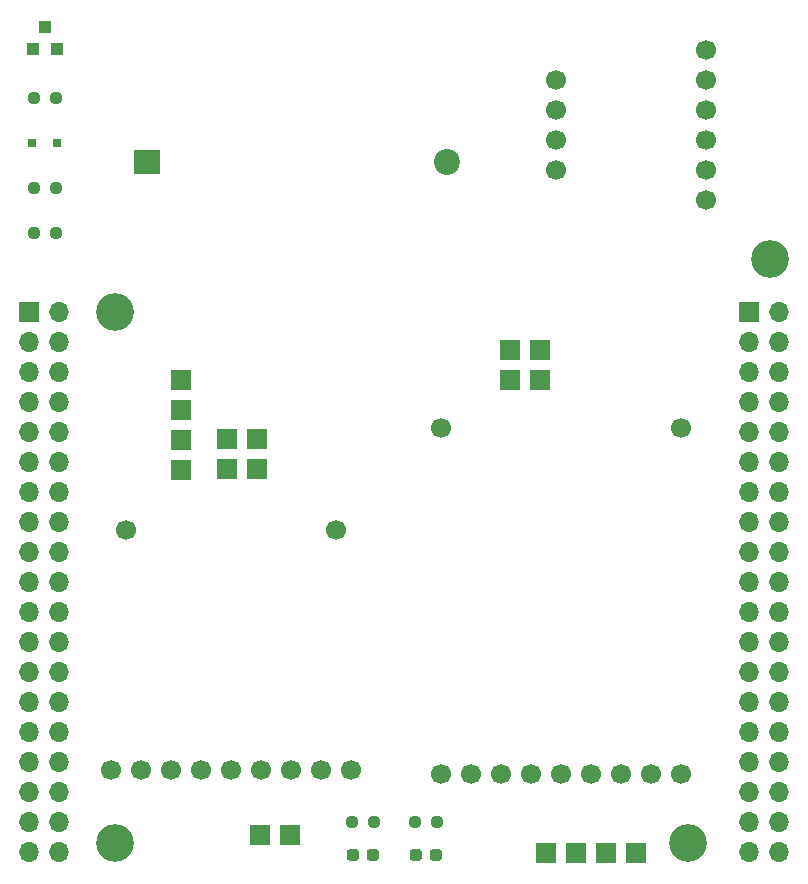
<source format=gts>
G04 #@! TF.GenerationSoftware,KiCad,Pcbnew,(5.99.0-13294-g19fc8c6d98)*
G04 #@! TF.CreationDate,2021-12-07T19:06:38+01:00*
G04 #@! TF.ProjectId,easycomm,65617379-636f-46d6-9d2e-6b696361645f,rev?*
G04 #@! TF.SameCoordinates,Original*
G04 #@! TF.FileFunction,Soldermask,Top*
G04 #@! TF.FilePolarity,Negative*
%FSLAX46Y46*%
G04 Gerber Fmt 4.6, Leading zero omitted, Abs format (unit mm)*
G04 Created by KiCad (PCBNEW (5.99.0-13294-g19fc8c6d98)) date 2021-12-07 19:06:38*
%MOMM*%
%LPD*%
G01*
G04 APERTURE LIST*
G04 Aperture macros list*
%AMRoundRect*
0 Rectangle with rounded corners*
0 $1 Rounding radius*
0 $2 $3 $4 $5 $6 $7 $8 $9 X,Y pos of 4 corners*
0 Add a 4 corners polygon primitive as box body*
4,1,4,$2,$3,$4,$5,$6,$7,$8,$9,$2,$3,0*
0 Add four circle primitives for the rounded corners*
1,1,$1+$1,$2,$3*
1,1,$1+$1,$4,$5*
1,1,$1+$1,$6,$7*
1,1,$1+$1,$8,$9*
0 Add four rect primitives between the rounded corners*
20,1,$1+$1,$2,$3,$4,$5,0*
20,1,$1+$1,$4,$5,$6,$7,0*
20,1,$1+$1,$6,$7,$8,$9,0*
20,1,$1+$1,$8,$9,$2,$3,0*%
G04 Aperture macros list end*
%ADD10RoundRect,0.237500X-0.250000X-0.237500X0.250000X-0.237500X0.250000X0.237500X-0.250000X0.237500X0*%
%ADD11C,3.200000*%
%ADD12R,1.700000X1.700000*%
%ADD13O,1.700000X1.700000*%
%ADD14RoundRect,0.237500X0.250000X0.237500X-0.250000X0.237500X-0.250000X-0.237500X0.250000X-0.237500X0*%
%ADD15RoundRect,0.237500X0.287500X0.237500X-0.287500X0.237500X-0.287500X-0.237500X0.287500X-0.237500X0*%
%ADD16R,1.000000X1.000000*%
%ADD17C,1.700000*%
%ADD18R,0.700000X0.700000*%
%ADD19R,2.200000X2.000000*%
%ADD20C,2.200000*%
G04 APERTURE END LIST*
D10*
G04 #@! TO.C,R3*
X108675000Y-57870000D03*
X110500000Y-57870000D03*
G04 #@! TD*
D11*
G04 #@! TO.C,H4*
X164000000Y-121000000D03*
G04 #@! TD*
D12*
G04 #@! TO.C,J2*
X108250000Y-76030000D03*
D13*
X110790000Y-76030000D03*
X108250000Y-78570000D03*
X110790000Y-78570000D03*
X108250000Y-81110000D03*
X110790000Y-81110000D03*
X108250000Y-83650000D03*
X110790000Y-83650000D03*
X108250000Y-86190000D03*
X110790000Y-86190000D03*
X108250000Y-88730000D03*
X110790000Y-88730000D03*
X108250000Y-91270000D03*
X110790000Y-91270000D03*
X108250000Y-93810000D03*
X110790000Y-93810000D03*
X108250000Y-96350000D03*
X110790000Y-96350000D03*
X108250000Y-98890000D03*
X110790000Y-98890000D03*
X108250000Y-101430000D03*
X110790000Y-101430000D03*
X108250000Y-103970000D03*
X110790000Y-103970000D03*
X108250000Y-106510000D03*
X110790000Y-106510000D03*
X108250000Y-109050000D03*
X110790000Y-109050000D03*
X108250000Y-111590000D03*
X110790000Y-111590000D03*
X108250000Y-114130000D03*
X110790000Y-114130000D03*
X108250000Y-116670000D03*
X110790000Y-116670000D03*
X108250000Y-119210000D03*
X110790000Y-119210000D03*
X108250000Y-121750000D03*
X110790000Y-121750000D03*
G04 #@! TD*
D12*
G04 #@! TO.C,BUZZ*
X121100000Y-81760000D03*
G04 #@! TD*
D14*
G04 #@! TO.C,R4*
X137417500Y-119200000D03*
X135592500Y-119200000D03*
G04 #@! TD*
D15*
G04 #@! TO.C,STATE2*
X142705000Y-122000000D03*
X140955000Y-122000000D03*
G04 #@! TD*
D12*
G04 #@! TO.C,PA11*
X148942000Y-79280000D03*
G04 #@! TD*
G04 #@! TO.C,PC8*
X151482000Y-79280000D03*
G04 #@! TD*
G04 #@! TO.C,PC6*
X151482000Y-81820000D03*
G04 #@! TD*
D10*
G04 #@! TO.C,R1*
X108675000Y-69300000D03*
X110500000Y-69300000D03*
G04 #@! TD*
D12*
G04 #@! TO.C,PA15*
X127540000Y-89340000D03*
G04 #@! TD*
D15*
G04 #@! TO.C,STATE1*
X137380000Y-122000000D03*
X135630000Y-122000000D03*
G04 #@! TD*
D11*
G04 #@! TO.C,H3*
X115500000Y-121000000D03*
G04 #@! TD*
D12*
G04 #@! TO.C,J8*
X130340000Y-120300000D03*
G04 #@! TD*
D11*
G04 #@! TO.C,H2*
X171000000Y-71500000D03*
G04 #@! TD*
D16*
G04 #@! TO.C,Q1*
X108587500Y-53790000D03*
X110587500Y-53790000D03*
X109587500Y-51890000D03*
G04 #@! TD*
D12*
G04 #@! TO.C,SX2*
X157070000Y-121825000D03*
G04 #@! TD*
G04 #@! TO.C,GND*
X121100000Y-84300000D03*
G04 #@! TD*
G04 #@! TO.C,PB4*
X151990000Y-121825000D03*
G04 #@! TD*
D17*
G04 #@! TO.C,U3*
X165550000Y-66550000D03*
X165550000Y-64010000D03*
X165550000Y-61470000D03*
X165550000Y-58930000D03*
X165550000Y-56390000D03*
X165550000Y-53850000D03*
X152850000Y-64010000D03*
X152850000Y-61470000D03*
X152850000Y-58930000D03*
X152850000Y-56390000D03*
G04 #@! TD*
G04 #@! TO.C,U2*
X143100000Y-115156000D03*
X145640000Y-115156000D03*
X148180000Y-115156000D03*
X150720000Y-115156000D03*
X153260000Y-115156000D03*
X155800000Y-115156000D03*
X158340000Y-115156000D03*
X160880000Y-115156000D03*
X163420000Y-115156000D03*
X143100000Y-85884000D03*
X163420000Y-85884000D03*
G04 #@! TD*
D12*
G04 #@! TO.C,SX3*
X159610000Y-121825000D03*
G04 #@! TD*
G04 #@! TO.C,3V3*
X121100000Y-89380000D03*
G04 #@! TD*
D18*
G04 #@! TO.C,D1*
X110637500Y-61680000D03*
X108437500Y-61680000D03*
G04 #@! TD*
D12*
G04 #@! TO.C,J1*
X169210000Y-76030000D03*
D13*
X171750000Y-76030000D03*
X169210000Y-78570000D03*
X171750000Y-78570000D03*
X169210000Y-81110000D03*
X171750000Y-81110000D03*
X169210000Y-83650000D03*
X171750000Y-83650000D03*
X169210000Y-86190000D03*
X171750000Y-86190000D03*
X169210000Y-88730000D03*
X171750000Y-88730000D03*
X169210000Y-91270000D03*
X171750000Y-91270000D03*
X169210000Y-93810000D03*
X171750000Y-93810000D03*
X169210000Y-96350000D03*
X171750000Y-96350000D03*
X169210000Y-98890000D03*
X171750000Y-98890000D03*
X169210000Y-101430000D03*
X171750000Y-101430000D03*
X169210000Y-103970000D03*
X171750000Y-103970000D03*
X169210000Y-106510000D03*
X171750000Y-106510000D03*
X169210000Y-109050000D03*
X171750000Y-109050000D03*
X169210000Y-111590000D03*
X171750000Y-111590000D03*
X169210000Y-114130000D03*
X171750000Y-114130000D03*
X169210000Y-116670000D03*
X171750000Y-116670000D03*
X169210000Y-119210000D03*
X171750000Y-119210000D03*
X169210000Y-121750000D03*
X171750000Y-121750000D03*
G04 #@! TD*
D12*
G04 #@! TO.C,5V*
X121100000Y-86840000D03*
G04 #@! TD*
G04 #@! TO.C,J7*
X127800000Y-120300000D03*
G04 #@! TD*
D14*
G04 #@! TO.C,R2*
X110500000Y-65490000D03*
X108675000Y-65490000D03*
G04 #@! TD*
D11*
G04 #@! TO.C,H1*
X115500000Y-76000000D03*
G04 #@! TD*
D17*
G04 #@! TO.C,U1*
X115160000Y-114840000D03*
X117700000Y-114840000D03*
X120240000Y-114840000D03*
X122780000Y-114840000D03*
X125320000Y-114840000D03*
X127860000Y-114840000D03*
X130400000Y-114840000D03*
X132940000Y-114840000D03*
X135480000Y-114840000D03*
X116430000Y-94520000D03*
X134210000Y-94520000D03*
G04 #@! TD*
D12*
G04 #@! TO.C,PA0*
X127540000Y-86800000D03*
G04 #@! TD*
D10*
G04 #@! TO.C,R5*
X140917500Y-119200000D03*
X142742500Y-119200000D03*
G04 #@! TD*
D12*
G04 #@! TO.C,DX4*
X125000000Y-86800000D03*
G04 #@! TD*
D19*
G04 #@! TO.C,BZ1*
X118200000Y-63350000D03*
D20*
X143600000Y-63350000D03*
G04 #@! TD*
D12*
G04 #@! TO.C,PA12*
X148942000Y-81820000D03*
G04 #@! TD*
G04 #@! TO.C,PB14*
X154530000Y-121825000D03*
G04 #@! TD*
G04 #@! TO.C,DX5*
X125000000Y-89340000D03*
G04 #@! TD*
M02*

</source>
